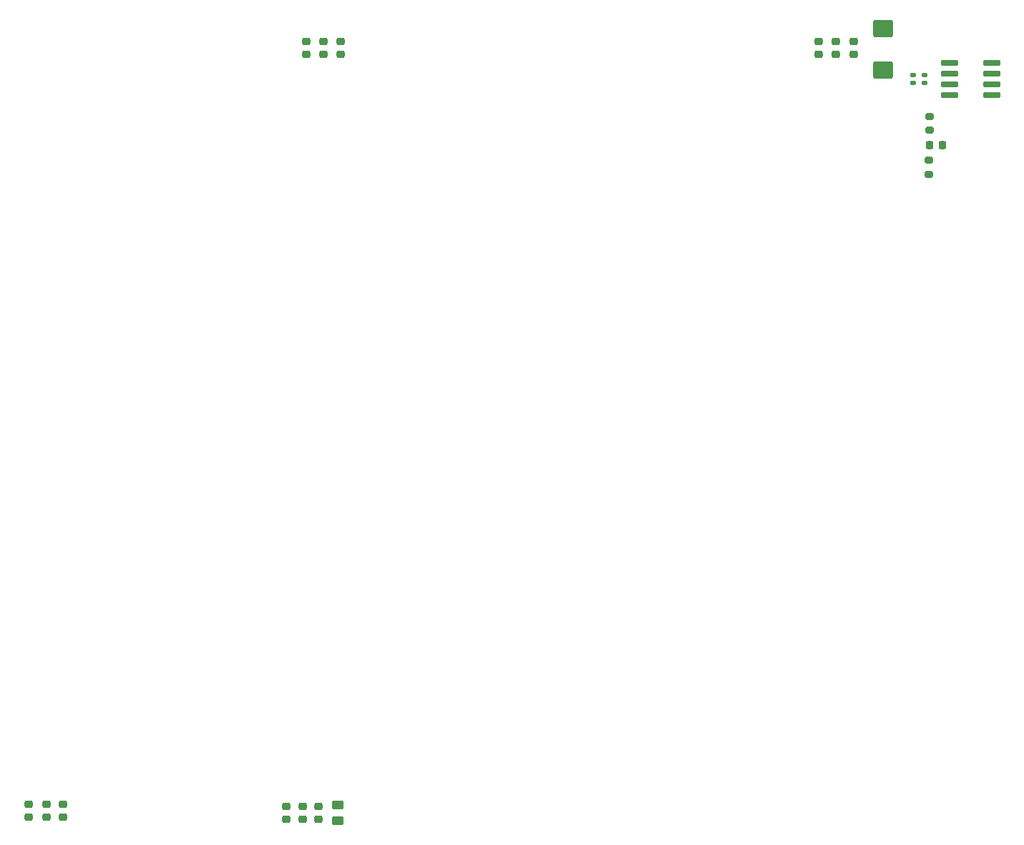
<source format=gbr>
%TF.GenerationSoftware,KiCad,Pcbnew,9.0.3*%
%TF.CreationDate,2025-09-16T14:49:37-04:00*%
%TF.ProjectId,9_TOF_PDU,395f544f-465f-4504-9455-2e6b69636164,rev?*%
%TF.SameCoordinates,Original*%
%TF.FileFunction,Paste,Bot*%
%TF.FilePolarity,Positive*%
%FSLAX46Y46*%
G04 Gerber Fmt 4.6, Leading zero omitted, Abs format (unit mm)*
G04 Created by KiCad (PCBNEW 9.0.3) date 2025-09-16 14:49:37*
%MOMM*%
%LPD*%
G01*
G04 APERTURE LIST*
G04 Aperture macros list*
%AMRoundRect*
0 Rectangle with rounded corners*
0 $1 Rounding radius*
0 $2 $3 $4 $5 $6 $7 $8 $9 X,Y pos of 4 corners*
0 Add a 4 corners polygon primitive as box body*
4,1,4,$2,$3,$4,$5,$6,$7,$8,$9,$2,$3,0*
0 Add four circle primitives for the rounded corners*
1,1,$1+$1,$2,$3*
1,1,$1+$1,$4,$5*
1,1,$1+$1,$6,$7*
1,1,$1+$1,$8,$9*
0 Add four rect primitives between the rounded corners*
20,1,$1+$1,$2,$3,$4,$5,0*
20,1,$1+$1,$4,$5,$6,$7,0*
20,1,$1+$1,$6,$7,$8,$9,0*
20,1,$1+$1,$8,$9,$2,$3,0*%
G04 Aperture macros list end*
%ADD10RoundRect,0.225000X0.250000X-0.225000X0.250000X0.225000X-0.250000X0.225000X-0.250000X-0.225000X0*%
%ADD11RoundRect,0.225000X-0.250000X0.225000X-0.250000X-0.225000X0.250000X-0.225000X0.250000X0.225000X0*%
%ADD12RoundRect,0.200000X-0.275000X0.200000X-0.275000X-0.200000X0.275000X-0.200000X0.275000X0.200000X0*%
%ADD13RoundRect,0.225000X0.225000X0.250000X-0.225000X0.250000X-0.225000X-0.250000X0.225000X-0.250000X0*%
%ADD14RoundRect,0.140000X0.170000X-0.140000X0.170000X0.140000X-0.170000X0.140000X-0.170000X-0.140000X0*%
%ADD15RoundRect,0.250000X0.450000X-0.262500X0.450000X0.262500X-0.450000X0.262500X-0.450000X-0.262500X0*%
%ADD16RoundRect,0.250000X-0.925000X0.787500X-0.925000X-0.787500X0.925000X-0.787500X0.925000X0.787500X0*%
%ADD17RoundRect,0.075000X0.910000X0.225000X-0.910000X0.225000X-0.910000X-0.225000X0.910000X-0.225000X0*%
G04 APERTURE END LIST*
D10*
%TO.C,C15*%
X160208000Y-187248500D03*
X160208000Y-185698500D03*
%TD*%
D11*
%TO.C,C4*%
X190947500Y-95345000D03*
X190947500Y-96895000D03*
%TD*%
D12*
%TO.C,R25*%
X264678000Y-109433500D03*
X264678000Y-111083500D03*
%TD*%
%TO.C,R23*%
X264728000Y-104233500D03*
X264728000Y-105883500D03*
%TD*%
D13*
%TO.C,C29*%
X266253000Y-107608500D03*
X264703000Y-107608500D03*
%TD*%
D14*
%TO.C,C26*%
X262758000Y-100298500D03*
X262758000Y-99338500D03*
%TD*%
D10*
%TO.C,C19*%
X190538000Y-187493500D03*
X190538000Y-185943500D03*
%TD*%
D11*
%TO.C,C10*%
X255738000Y-95343500D03*
X255738000Y-96893500D03*
%TD*%
%TO.C,C6*%
X195011500Y-95345000D03*
X195011500Y-96895000D03*
%TD*%
D15*
%TO.C,R13*%
X194738000Y-187631000D03*
X194738000Y-185806000D03*
%TD*%
D14*
%TO.C,C27*%
X264098000Y-100298500D03*
X264098000Y-99338500D03*
%TD*%
D16*
%TO.C,C11*%
X259238000Y-93856000D03*
X259238000Y-98781000D03*
%TD*%
D17*
%TO.C,U7*%
X272063000Y-97913500D03*
X272063000Y-99183500D03*
X272063000Y-100453500D03*
X272063000Y-101723500D03*
X267123000Y-101723500D03*
X267123000Y-100453500D03*
X267123000Y-99183500D03*
X267123000Y-97913500D03*
%TD*%
D10*
%TO.C,C18*%
X188638000Y-187493500D03*
X188638000Y-185943500D03*
%TD*%
%TO.C,C16*%
X162208000Y-187248500D03*
X162208000Y-185698500D03*
%TD*%
D11*
%TO.C,C9*%
X253638000Y-95343500D03*
X253638000Y-96893500D03*
%TD*%
%TO.C,C5*%
X192979500Y-95345000D03*
X192979500Y-96895000D03*
%TD*%
D10*
%TO.C,C20*%
X192438000Y-187493500D03*
X192438000Y-185943500D03*
%TD*%
D11*
%TO.C,C7*%
X251638000Y-95343500D03*
X251638000Y-96893500D03*
%TD*%
D10*
%TO.C,C14*%
X158108000Y-187248500D03*
X158108000Y-185698500D03*
%TD*%
M02*

</source>
